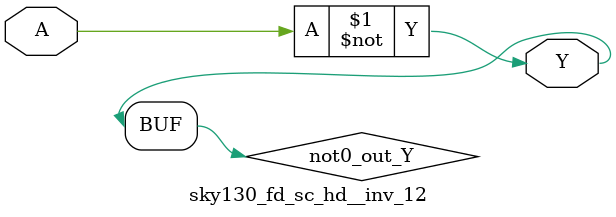
<source format=v>
/*
 * Copyright 2020 The SkyWater PDK Authors
 *
 * Licensed under the Apache License, Version 2.0 (the "License");
 * you may not use this file except in compliance with the License.
 * You may obtain a copy of the License at
 *
 *     https://www.apache.org/licenses/LICENSE-2.0
 *
 * Unless required by applicable law or agreed to in writing, software
 * distributed under the License is distributed on an "AS IS" BASIS,
 * WITHOUT WARRANTIES OR CONDITIONS OF ANY KIND, either express or implied.
 * See the License for the specific language governing permissions and
 * limitations under the License.
 *
 * SPDX-License-Identifier: Apache-2.0
*/


`ifndef SKY130_FD_SC_HD__INV_12_FUNCTIONAL_V
`define SKY130_FD_SC_HD__INV_12_FUNCTIONAL_V

/**
 * inv: Inverter.
 *
 * Verilog simulation functional model.
 */

`timescale 1ns / 1ps
`default_nettype none

`celldefine
module sky130_fd_sc_hd__inv_12 (
    Y,
    A
);

    // Module ports
    output Y;
    input  A;

    // Local signals
    wire not0_out_Y;

    //  Name  Output      Other arguments
    not not0 (not0_out_Y, A              );
    buf buf0 (Y         , not0_out_Y     );

endmodule
`endcelldefine

`default_nettype wire
`endif  // SKY130_FD_SC_HD__INV_12_FUNCTIONAL_V

</source>
